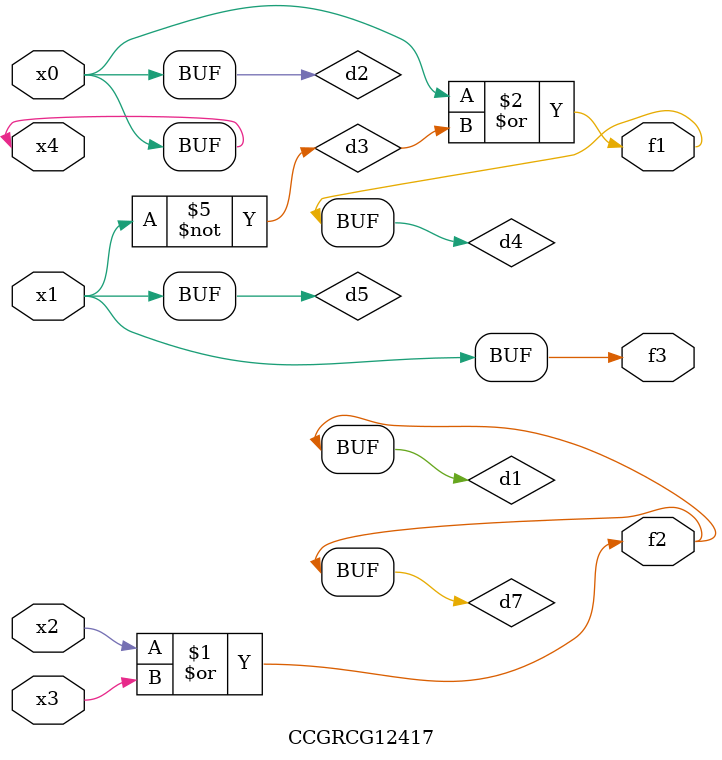
<source format=v>
module CCGRCG12417(
	input x0, x1, x2, x3, x4,
	output f1, f2, f3
);

	wire d1, d2, d3, d4, d5, d6, d7;

	or (d1, x2, x3);
	buf (d2, x0, x4);
	not (d3, x1);
	or (d4, d2, d3);
	not (d5, d3);
	nand (d6, d1, d3);
	or (d7, d1);
	assign f1 = d4;
	assign f2 = d7;
	assign f3 = d5;
endmodule

</source>
